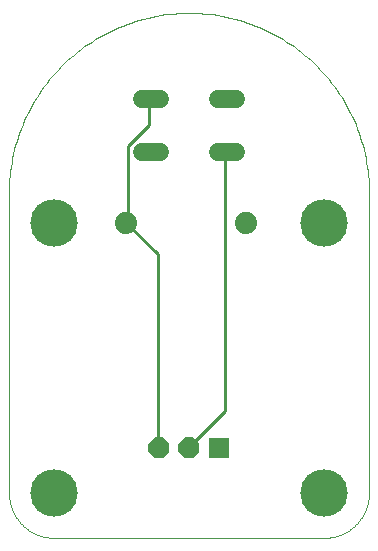
<source format=gtl>
G75*
%MOIN*%
%OFA0B0*%
%FSLAX25Y25*%
%IPPOS*%
%LPD*%
%AMOC8*
5,1,8,0,0,1.08239X$1,22.5*
%
%ADD10C,0.06000*%
%ADD11C,0.07400*%
%ADD12C,0.15811*%
%ADD13C,0.00000*%
%ADD14OC8,0.07000*%
%ADD15R,0.07000X0.07000*%
%ADD16C,0.01000*%
D10*
X0045700Y0130100D02*
X0051700Y0130100D01*
X0051700Y0147900D02*
X0045700Y0147900D01*
X0071300Y0147900D02*
X0077300Y0147900D01*
X0077300Y0130100D02*
X0071300Y0130100D01*
D11*
X0080500Y0106500D03*
X0040500Y0106500D03*
D12*
X0016500Y0106500D03*
X0016500Y0016500D03*
X0106500Y0016500D03*
X0106500Y0106500D03*
D13*
X0001500Y0116500D02*
X0001500Y0016500D01*
X0001504Y0016138D01*
X0001518Y0015775D01*
X0001539Y0015413D01*
X0001570Y0015052D01*
X0001609Y0014692D01*
X0001657Y0014333D01*
X0001714Y0013975D01*
X0001779Y0013618D01*
X0001853Y0013263D01*
X0001936Y0012910D01*
X0002027Y0012559D01*
X0002126Y0012211D01*
X0002234Y0011865D01*
X0002350Y0011521D01*
X0002475Y0011181D01*
X0002607Y0010844D01*
X0002748Y0010510D01*
X0002897Y0010179D01*
X0003054Y0009852D01*
X0003218Y0009529D01*
X0003390Y0009210D01*
X0003570Y0008896D01*
X0003758Y0008585D01*
X0003953Y0008280D01*
X0004155Y0007979D01*
X0004365Y0007683D01*
X0004581Y0007393D01*
X0004805Y0007107D01*
X0005035Y0006827D01*
X0005272Y0006553D01*
X0005516Y0006285D01*
X0005766Y0006022D01*
X0006022Y0005766D01*
X0006285Y0005516D01*
X0006553Y0005272D01*
X0006827Y0005035D01*
X0007107Y0004805D01*
X0007393Y0004581D01*
X0007683Y0004365D01*
X0007979Y0004155D01*
X0008280Y0003953D01*
X0008585Y0003758D01*
X0008896Y0003570D01*
X0009210Y0003390D01*
X0009529Y0003218D01*
X0009852Y0003054D01*
X0010179Y0002897D01*
X0010510Y0002748D01*
X0010844Y0002607D01*
X0011181Y0002475D01*
X0011521Y0002350D01*
X0011865Y0002234D01*
X0012211Y0002126D01*
X0012559Y0002027D01*
X0012910Y0001936D01*
X0013263Y0001853D01*
X0013618Y0001779D01*
X0013975Y0001714D01*
X0014333Y0001657D01*
X0014692Y0001609D01*
X0015052Y0001570D01*
X0015413Y0001539D01*
X0015775Y0001518D01*
X0016138Y0001504D01*
X0016500Y0001500D01*
X0106500Y0001500D01*
X0106862Y0001504D01*
X0107225Y0001518D01*
X0107587Y0001539D01*
X0107948Y0001570D01*
X0108308Y0001609D01*
X0108667Y0001657D01*
X0109025Y0001714D01*
X0109382Y0001779D01*
X0109737Y0001853D01*
X0110090Y0001936D01*
X0110441Y0002027D01*
X0110789Y0002126D01*
X0111135Y0002234D01*
X0111479Y0002350D01*
X0111819Y0002475D01*
X0112156Y0002607D01*
X0112490Y0002748D01*
X0112821Y0002897D01*
X0113148Y0003054D01*
X0113471Y0003218D01*
X0113790Y0003390D01*
X0114104Y0003570D01*
X0114415Y0003758D01*
X0114720Y0003953D01*
X0115021Y0004155D01*
X0115317Y0004365D01*
X0115607Y0004581D01*
X0115893Y0004805D01*
X0116173Y0005035D01*
X0116447Y0005272D01*
X0116715Y0005516D01*
X0116978Y0005766D01*
X0117234Y0006022D01*
X0117484Y0006285D01*
X0117728Y0006553D01*
X0117965Y0006827D01*
X0118195Y0007107D01*
X0118419Y0007393D01*
X0118635Y0007683D01*
X0118845Y0007979D01*
X0119047Y0008280D01*
X0119242Y0008585D01*
X0119430Y0008896D01*
X0119610Y0009210D01*
X0119782Y0009529D01*
X0119946Y0009852D01*
X0120103Y0010179D01*
X0120252Y0010510D01*
X0120393Y0010844D01*
X0120525Y0011181D01*
X0120650Y0011521D01*
X0120766Y0011865D01*
X0120874Y0012211D01*
X0120973Y0012559D01*
X0121064Y0012910D01*
X0121147Y0013263D01*
X0121221Y0013618D01*
X0121286Y0013975D01*
X0121343Y0014333D01*
X0121391Y0014692D01*
X0121430Y0015052D01*
X0121461Y0015413D01*
X0121482Y0015775D01*
X0121496Y0016138D01*
X0121500Y0016500D01*
X0121500Y0116500D01*
X0121482Y0117961D01*
X0121429Y0119421D01*
X0121340Y0120880D01*
X0121216Y0122336D01*
X0121056Y0123788D01*
X0120861Y0125236D01*
X0120630Y0126679D01*
X0120365Y0128116D01*
X0120065Y0129546D01*
X0119730Y0130968D01*
X0119360Y0132382D01*
X0118956Y0133786D01*
X0118518Y0135180D01*
X0118046Y0136563D01*
X0117541Y0137934D01*
X0117002Y0139292D01*
X0116431Y0140637D01*
X0115827Y0141967D01*
X0115191Y0143283D01*
X0114523Y0144582D01*
X0113823Y0145865D01*
X0113092Y0147130D01*
X0112331Y0148378D01*
X0111540Y0149606D01*
X0110719Y0150815D01*
X0109869Y0152003D01*
X0108990Y0153170D01*
X0108083Y0154316D01*
X0107148Y0155439D01*
X0106186Y0156539D01*
X0105198Y0157615D01*
X0104184Y0158667D01*
X0103144Y0159694D01*
X0102080Y0160695D01*
X0100992Y0161671D01*
X0099880Y0162619D01*
X0098746Y0163540D01*
X0097589Y0164433D01*
X0096412Y0165297D01*
X0095213Y0166133D01*
X0093994Y0166939D01*
X0092756Y0167716D01*
X0091500Y0168462D01*
X0090226Y0169177D01*
X0088935Y0169861D01*
X0087627Y0170513D01*
X0086304Y0171133D01*
X0084966Y0171721D01*
X0083615Y0172276D01*
X0082250Y0172798D01*
X0080873Y0173286D01*
X0079484Y0173741D01*
X0078085Y0174162D01*
X0076676Y0174549D01*
X0075258Y0174901D01*
X0073832Y0175219D01*
X0072398Y0175502D01*
X0070958Y0175750D01*
X0069513Y0175963D01*
X0068062Y0176140D01*
X0066608Y0176282D01*
X0065151Y0176389D01*
X0063691Y0176460D01*
X0062231Y0176496D01*
X0060769Y0176496D01*
X0059309Y0176460D01*
X0057849Y0176389D01*
X0056392Y0176282D01*
X0054938Y0176140D01*
X0053487Y0175963D01*
X0052042Y0175750D01*
X0050602Y0175502D01*
X0049168Y0175219D01*
X0047742Y0174901D01*
X0046324Y0174549D01*
X0044915Y0174162D01*
X0043516Y0173741D01*
X0042127Y0173286D01*
X0040750Y0172798D01*
X0039385Y0172276D01*
X0038034Y0171721D01*
X0036696Y0171133D01*
X0035373Y0170513D01*
X0034065Y0169861D01*
X0032774Y0169177D01*
X0031500Y0168462D01*
X0030244Y0167716D01*
X0029006Y0166939D01*
X0027787Y0166133D01*
X0026588Y0165297D01*
X0025411Y0164433D01*
X0024254Y0163540D01*
X0023120Y0162619D01*
X0022008Y0161671D01*
X0020920Y0160695D01*
X0019856Y0159694D01*
X0018816Y0158667D01*
X0017802Y0157615D01*
X0016814Y0156539D01*
X0015852Y0155439D01*
X0014917Y0154316D01*
X0014010Y0153170D01*
X0013131Y0152003D01*
X0012281Y0150815D01*
X0011460Y0149606D01*
X0010669Y0148378D01*
X0009908Y0147130D01*
X0009177Y0145865D01*
X0008477Y0144582D01*
X0007809Y0143283D01*
X0007173Y0141967D01*
X0006569Y0140637D01*
X0005998Y0139292D01*
X0005459Y0137934D01*
X0004954Y0136563D01*
X0004482Y0135180D01*
X0004044Y0133786D01*
X0003640Y0132382D01*
X0003270Y0130968D01*
X0002935Y0129546D01*
X0002635Y0128116D01*
X0002370Y0126679D01*
X0002139Y0125236D01*
X0001944Y0123788D01*
X0001784Y0122336D01*
X0001660Y0120880D01*
X0001571Y0119421D01*
X0001518Y0117961D01*
X0001500Y0116500D01*
D14*
X0051500Y0031500D03*
X0061500Y0031500D03*
D15*
X0071500Y0031500D03*
D16*
X0061800Y0032100D02*
X0073500Y0043800D01*
X0073500Y0129300D01*
X0074300Y0130100D01*
X0040500Y0106500D02*
X0051000Y0096000D01*
X0051000Y0032100D01*
X0051500Y0031500D01*
X0061500Y0031500D02*
X0061800Y0032100D01*
X0040500Y0106500D02*
X0041100Y0106800D01*
X0041100Y0132000D01*
X0048300Y0139200D01*
X0048300Y0147300D01*
X0048700Y0147900D01*
M02*

</source>
